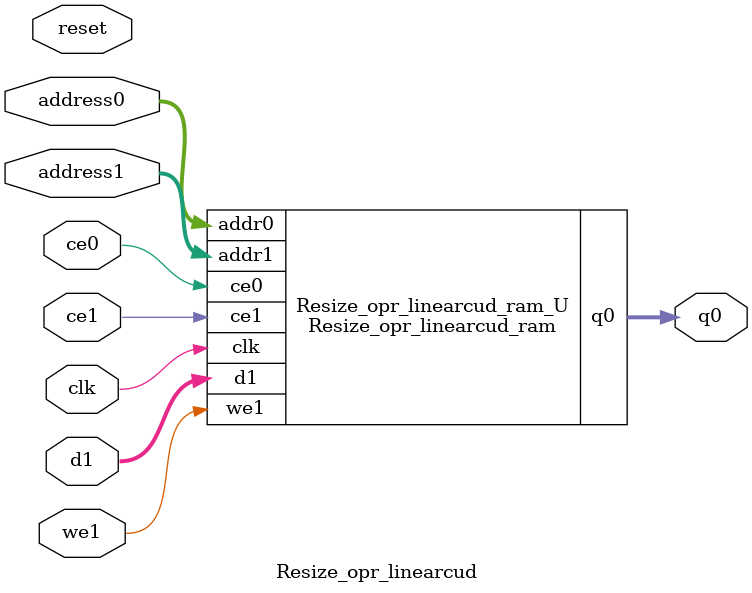
<source format=v>

`timescale 1 ns / 1 ps
module Resize_opr_linearcud_ram (addr0, ce0, q0, addr1, ce1, d1, we1,  clk);

parameter DWIDTH = 8;
parameter AWIDTH = 11;
parameter MEM_SIZE = 1921;

input[AWIDTH-1:0] addr0;
input ce0;
output reg[DWIDTH-1:0] q0;
input[AWIDTH-1:0] addr1;
input ce1;
input[DWIDTH-1:0] d1;
input we1;
input clk;

(* ram_style = "block" *)reg [DWIDTH-1:0] ram[0:MEM_SIZE-1];




always @(posedge clk)  
begin 
    if (ce0) 
    begin
            q0 <= ram[addr0];
    end
end


always @(posedge clk)  
begin 
    if (ce1) 
    begin
        if (we1) 
        begin 
            ram[addr1] <= d1; 
        end 
    end
end


endmodule


`timescale 1 ns / 1 ps
module Resize_opr_linearcud(
    reset,
    clk,
    address0,
    ce0,
    q0,
    address1,
    ce1,
    we1,
    d1);

parameter DataWidth = 32'd8;
parameter AddressRange = 32'd1921;
parameter AddressWidth = 32'd11;
input reset;
input clk;
input[AddressWidth - 1:0] address0;
input ce0;
output[DataWidth - 1:0] q0;
input[AddressWidth - 1:0] address1;
input ce1;
input we1;
input[DataWidth - 1:0] d1;



Resize_opr_linearcud_ram Resize_opr_linearcud_ram_U(
    .clk( clk ),
    .addr0( address0 ),
    .ce0( ce0 ),
    .q0( q0 ),
    .addr1( address1 ),
    .ce1( ce1 ),
    .we1( we1 ),
    .d1( d1 ));

endmodule


</source>
